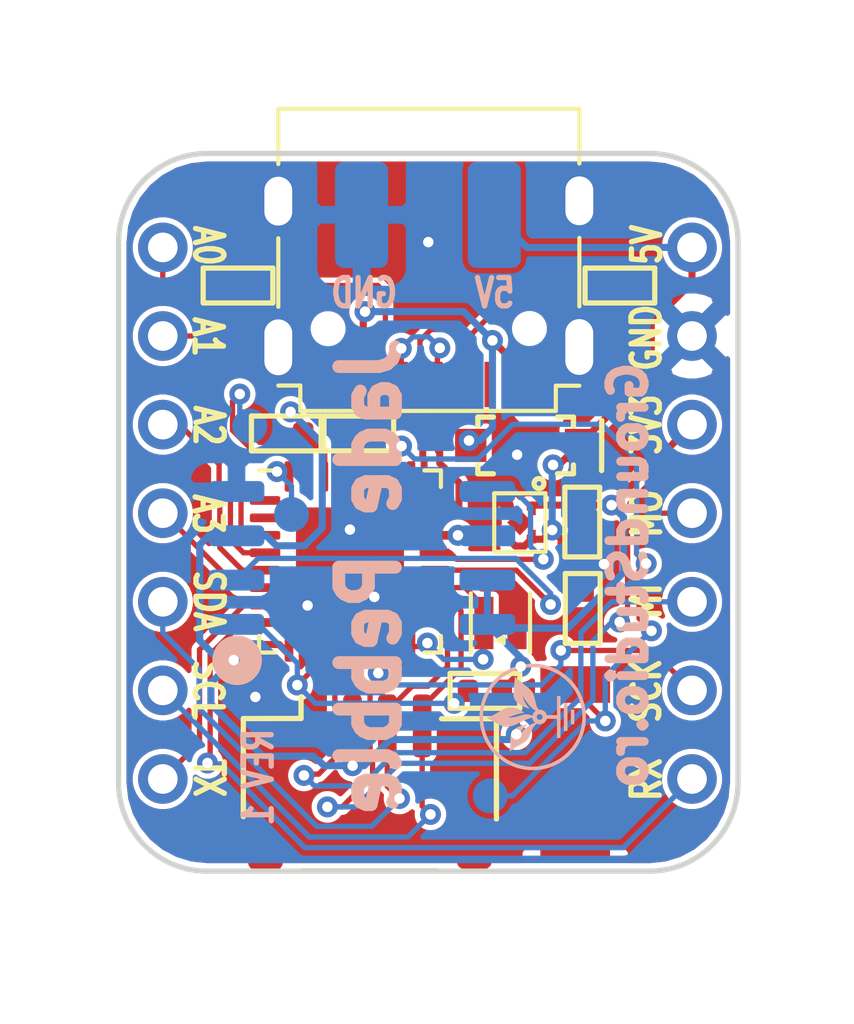
<source format=kicad_pcb>
(kicad_pcb (version 20211014) (generator pcbnew)
  (layers (0 "F.Cu" power) (31 "B.Cu" power) (34 "B.Paste" user) (35 "F.Paste" user) (36 "B.SilkS" user "B.Silkscreen") (37 "F.SilkS" user "F.Silkscreen") (38 "B.Mask" user) (39 "F.Mask" user) (44 "Edge.Cuts" user))
  (net 0 "")
  (net 1 "GND")
  (net 2 "+5V")
  (net 3 "+3V3")
  (net 4 "Net-(C3-Pad1)")
  (net 5 "VBUS")
  (net 6 "MOSI")
  (net 7 "MISO")
  (net 8 "RX_A7")
  (net 9 "SCK")
  (net 10 "TX_A6")
  (net 11 "SCL")
  (net 12 "SDA")
  (net 13 "A3")
  (net 14 "A2")
  (net 15 "A0")
  (net 16 "A1")
  (net 17 "Net-(LED1-Pad3)")
  (net 18 "NEOPIX")
  (net 19 "NEO_PWR")
  (net 20 "Net-(R1-Pad1)")
  (net 21 "Net-(R2-Pad1)")
  (net 22 "FLASH_CS")
  (net 23 "Net-(REG1-Pad5)")
  (net 24 "!RESET")
  (net 25 "SWCLK")
  (net 26 "SWDIO")
  (net 27 "Net-(U1-Pad27)")
  (net 28 "Net-(U1-Pad25)")
  (net 29 "D+")
  (net 30 "D-")
  (net 31 "SCK2")
  (net 32 "MOSI2")
  (net 33 "MISO2")
  (net 34 "Net-(U1-Pad15)")
  (net 35 "Net-(U1-Pad2)")
  (net 36 "Net-(U1-Pad1)")
  (net 37 "Net-(USB1-PadB8)")
  (net 38 "Net-(USB1-PadA8)")
  (footprint "GS_Local:C_0402_1005Metric" (layer "F.Cu") (at 170.8023 83.9089 -90)
    (fp_text reference "C1")
    (fp_text value "1uF")
  )
  (footprint "GS_Local:C_0402_1005Metric" (layer "F.Cu") (at 164.3761 78.8924)
    (fp_text reference "C3")
    (fp_text value "1uF")
  )
  (footprint "GS_Local:Fiducial_0.75mm_Mask1.5mm" (layer "F.Cu") (at 172.466 72.136 180)
    (fp_text reference "FID1")
    (fp_text value "Fiducial")
  )
  (footprint "GS_Local:Fiducial_0.75mm_Mask1.5mm" (layer "F.Cu") (at 159.512 90.297 180)
    (fp_text reference "FID2")
    (fp_text value "Fiducial")
  )
  (footprint "GS_Local:R_0402_1005Metric" (layer "F.Cu") (at 160.909 74.6506 180)
    (fp_text reference "R2")
    (fp_text value "5.1k")
  )
  (footprint "GS_Local:R_0402_1005Metric" (layer "F.Cu") (at 167.9956 86.2711 180)
    (fp_text reference "R3")
    (fp_text value "5.1k")
  )
  (footprint "GS_Local:FBP1-1-4" (layer "F.Cu") (at 168.9989 81.4451 -90)
    (fp_text reference "REG1")
    (fp_text value "ME6211C33U4AG-N")
  )
  (footprint "GS_Local:TS342A2P-WZ" (layer "F.Cu") (at 170.5864 88.3158 90)
    (fp_text reference "SW1")
    (fp_text value "TS342A2P-WZ")
  )
  (footprint "GS_Local:TestPoint" (layer "F.Cu") (at 168.148 89.281)
    (fp_text reference "TP1")
    (fp_text value "TP_!RESET")
  )
  (footprint "GS_Local:TestPoint" (layer "F.Cu") (at 161.24682 78.67904)
    (fp_text reference "TP2")
    (fp_text value "TP_SWCLK")
  )
  (footprint "GS_Local:TestPoint" (layer "F.Cu") (at 162.44316 81.21396)
    (fp_text reference "TP3")
    (fp_text value "TP_SWDIO")
  )
  (footprint "GS_Local:USB_C_C167321" (layer "F.Cu") (at 166.38524 73.28216 180)
    (fp_text reference "USB1")
    (fp_text value "USB_C_FULL")
  )
  (footprint "GS_Local:QFN-32-1EP_5x5mm_P0.5mm_EP3.1x3.1mm" (layer "F.Cu") (at 164.1221 82.5627)
    (fp_text reference "U1")
    (fp_text value "ATSAMD21E18A-MUT")
  )
  (footprint "GS_Local:SK6805-EC15" (layer "F.Cu") (at 168.4401 84.328 -90)
    (fp_text reference "LED1")
    (fp_text value "SK6805-EC15 DY-S1515065")
  )
  (footprint "GS_Local:R_0402_1005Metric" (layer "F.Cu") (at 171.8691 74.6506)
    (fp_text reference "R1")
    (fp_text value "5.1k")
  )
  (footprint "GS_Local:C_0402_1005Metric" (layer "F.Cu") (at 162.2933 78.8924 180)
    (fp_text reference "C4")
    (fp_text value "1uF")
  )
  (footprint "GS_Local:SH__1x04_P1.00mm_Horizontal" (layer "F.Cu") (at 164.6936 89.154)
    (fp_text reference "X1")
    (fp_text value "i2c_3V3")
  )
  (footprint "GS_Local:C_0402_1005Metric" (layer "F.Cu") (at 170.7896 81.4324 -90)
    (fp_text reference "C2")
    (fp_text value "1uF")
  )
  (footprint "GS_Local:SOD-123" (layer "F.Cu") (at 169.164 79.2353 180)
    (fp_text reference "D1")
    (fp_text value "D_Schottky")
  )
  (footprint "GS_Local:PinHeader_1x07_P2.54mm_Slim_Vertical_Male" (layer "B.Cu") (at 173.9392 88.7984)
    (fp_text reference "J1")
    (fp_text value "Conn_01x07")
  )
  (footprint "GS_Local:SOIC-8_5.23x5.23mm_P1.27mm" (layer "B.Cu") (at 164.465 82.4611)
    (fp_text reference "U2")
    (fp_text value "W25Q32JVSSIQ")
  )
  (footprint "GS_Local:PinHeader_1x07_P2.54mm_Slim_Vertical_Male" (layer "B.Cu") (at 158.75 73.5584 180)
    (fp_text reference "J2")
    (fp_text value "Conn_01x07")
  )
  (footprint "GS_Local:5V & GND pad's" (layer "B.Cu") (at 166.35984 72.62368)
    (fp_text reference "REF**")
    (fp_text value "5V & GND pad's")
  )
  (footprint "GS_Branding:GS_Logo2_3x3" (layer "B.Cu") (at 169.3672 87.0204 -90)
    (fp_text reference "G***" hide)
    (fp_text value "LOGO" hide)
  )
  (gr_circle (center 160.8836 85.3948) (end 160.9598 85.3948) (layer "B.SilkS") (width 0.635) (fill none))
  (gr_line (start 157.48 73.406) (end 157.48 88.9) (layer "Edge.Cuts") (width 0.1524))
  (gr_arc (start 175.26 88.9) (mid 174.516051 90.696051) (end 172.72 91.44) (layer "Edge.Cuts") (width 0.1524))
  (gr_line (start 160.02 91.44) (end 172.72 91.44) (layer "Edge.Cuts") (width 0.1524))
  (gr_arc (start 160.02 91.44) (mid 158.223949 90.696051) (end 157.48 88.9) (layer "Edge.Cuts") (width 0.1524))
  (gr_arc (start 157.48 73.406) (mid 158.223949 71.609949) (end 160.02 70.866) (layer "Edge.Cuts") (width 0.1524))
  (gr_line (start 172.72 70.866) (end 160.02 70.866) (layer "Edge.Cuts") (width 0.1524))
  (gr_arc (start 172.72 70.866) (mid 174.516051 71.609949) (end 175.26 73.406) (layer "Edge.Cuts") (width 0.1524))
  (gr_line (start 175.26 88.9) (end 175.26 73.406) (layer "Edge.Cuts") (width 0.1524))
  (gr_text "GroundStudio.ro" (at 172.1104 82.9564 90) (layer "B.SilkS") (effects (font (size 1.016 1.016) (thickness 0.254)) (justify mirror)))
  (gr_text "5V" (at 168.275 74.8665) (layer "B.SilkS") (effects (font (size 0.8128 0.6096) (thickness 0.1524)) (justify mirror)))
  (gr_text "REV 1" (at 161.4932 88.7476 90) (layer "B.SilkS") (effects (font (size 0.8128 0.6096) (thickness 0.1524)) (justify mirror)))
  (gr_text "Jade Pebble" (at 164.6936 83.0072 90) (layer "B.SilkS") (effects (font (size 1.6256 1.4732) (thickness 0.3683)) (justify mirror)))
  (gr_text "GND" (at 164.5285 74.8665) (layer "B.SilkS") (effects (font (size 0.8128 0.6096) (thickness 0.1524)) (justify mirror)))
  (gr_text "A3" (at 160.0454 81.2038 270) (layer "F.SilkS") (effects (font (size 0.8128 0.6096) (thickness 0.1524))))
  (gr_text "MI" (at 172.6311 83.7057 90) (layer "F.SilkS") (effects (font (size 0.8128 0.6096) (thickness 0.1524))))
  (gr_text "A1" (at 160.0454 76.1238 270) (layer "F.SilkS") (effects (font (size 0.8128 0.6096) (thickness 0.1524))))
  (gr_text "TX" (at 160.0708 88.773 270) (layer "F.SilkS") (effects (font (size 0.8128 0.6096) (thickness 0.1524))))
  (gr_text "SCL" (at 160.0454 86.233 270) (layer "F.SilkS") (effects (font (size 0.8128 0.6096) (thickness 0.1524))))
  (gr_text "A2" (at 160.0708 78.6638 270) (layer "F.SilkS") (effects (font (size 0.8128 0.6096) (thickness 0.1524))))
  (gr_text "SDA" (at 160.0708 83.693 270) (layer "F.SilkS") (effects (font (size 0.8128 0.6096) (thickness 0.1524))))
  (gr_text "5V" (at 172.6438 73.4822 90) (layer "F.SilkS") (effects (font (size 0.8128 0.6096) (thickness 0.1524))))
  (gr_text "A0" (at 160.0581 73.5076 270) (layer "F.SilkS") (effects (font (size 0.8128 0.6096) (thickness 0.1524))))
  (gr_text "GND" (at 172.6311 76.1492 90) (layer "F.SilkS") (effects (font (size 0.8128 0.6096) (thickness 0.1524))))
  (gr_text "MO" (at 172.6438 81.1911 90) (layer "F.SilkS") (effects (font (size 0.8128 0.6096) (thickness 0.1524))))
  (gr_text "3V3" (at 172.6311 78.6384 90) (layer "F.SilkS") (effects (font (size 0.8128 0.6096) (thickness 0.1524))))
  (gr_text "RX" (at 172.6311 88.8111 90) (layer "F.SilkS") (effects (font (size 0.8128 0.6096) (thickness 0.1524))))
  (gr_text "SCK" (at 172.6184 86.2711 90) (layer "F.SilkS") (effects (font (size 0.8128 0.6096) (thickness 0.1524))))
  (segment (start 164.8611 78.8924) (end 164.3721 79.3814) (width 0.2032) (layer "F.Cu") (net 1))
  (segment (start 164.3721 80.3538) (end 164.3721 82.5413) (width 0.2032) (layer "F.Cu") (net 1))
  (segment (start 168.56964 79.85252) (end 168.56964 80.86084) (width 0.4064) (layer "F.Cu") (net 1))
  (segment (start 163.03498 77.48778) (end 163.3347 77.48778) (width 0.2032) (layer "F.Cu") (net 1))
  (segment (start 164.3721 82.5413) (end 164.1221 82.7913) (width 0.2032) (layer "F.Cu") (net 1))
  (segment (start 168.92016 79.502) (end 168.56964 79.85252) (width 0.2032) (layer "F.Cu") (net 1))
  (segment (start 168.56964 80.86084) (end 168.6739 80.9651) (width 0.3048) (layer "F.Cu") (net 1))
  (segment (start 162.8721 84.0413) (end 164.1221 82.7913) (width 0.2032) (layer "F.Cu") (net 1))
  (segment (start 169.73042 77.48778) (end 169.4307 77.48778) (width 0.2032) (layer "F.Cu") (net 1))
  (segment (start 162.8721 85.2288) (end 162.8721 84.0413) (width 0.2032) (layer "F.Cu") (net 1))
  (segment (start 164.3721 79.3814) (end 164.3721 80.3538) (width 0.2032) (layer "F.Cu") (net 1))
  (via (at 162.90544 83.82508) (size 0.6) (drill 0.3) (layers "F.Cu" "B.Cu") (net 1))
  (via (at 171.40936 82.63636) (size 0.6) (drill 0.3) (layers "F.Cu" "B.Cu") (net 1))
  (via (at 164.8206 83.5787) (size 0.6) (drill 0.3) (layers "F.Cu" "B.Cu") (net 1))
  (via (at 161.40684 86.44636) (size 0.6) (drill 0.3) (layers "F.Cu" "B.Cu") (net 1))
  (via (at 164.1221 81.6483) (size 0.6) (drill 0.3) (layers "F.Cu" "B.Cu") (net 1))
  (via (at 168.92016 79.502) (size 0.6) (drill 0.3) (layers "F.Cu" "B.Cu") (net 1))
  (via (at 166.37 73.406) (size 0.6) (drill 0.3) (layers "F.Cu" "B.Cu") (net 1))
  (segment (start 169.3239 81.9251) (end 169.6619 81.9251) (width 0.2032) (layer "F.Cu") (net 2))
  (segment (start 170.18 82.195622) (end 170.18 81.915) (width 0.2032) (layer "F.Cu") (net 2))
  (segment (start 168.867 82.1182) (end 169.1308 82.1182) (width 0.2032) (layer "F.Cu") (net 2))
  (segment (start 172.7708 75.7301) (end 173.9392 74.5617) (width 0.2032) (layer "F.Cu") (net 2))
  (segment (start 169.6619 81.9251) (end 169.926 81.661) (width 0.2032) (layer "F.Cu") (net 2))
  (segment (start 168.6739 81.9251) (end 168.867 82.1182) (width 0.2032) (layer "F.Cu") (net 2))
  (segment (start 169.9514 79.7941) (end 170.1167 79.7941) (width 0.2032) (layer "F.Cu") (net 2))
  (segment (start 170.6882 79.2226) (end 172.7708 77.14) (width 0.2032) (layer "F.Cu") (net 2))
  (segment (start 170.45201 82.46641) (end 170.450788 82.46641) (width 0.2032) (layer "F.Cu") (net 2))
  (segment (start 169.1308 82.1182) (end 169.3239 81.9251) (width 0.2032) (layer "F.Cu") (net 2))
  (segment (start 170.18 81.915) (end 169.926 81.661) (width 0.2032) (layer "F.Cu") (net 2))
  (segment (start 172.7708 77.14) (end 172.7708 75.7301) (width 0.2032) (layer "F.Cu") (net 2))
  (segment (start 170.1167 79.7941) (end 170.6882 79.2226) (width 0.2032) (layer "F.Cu") (net 2))
  (segment (start 170.6882 79.2226) (end 170.6118 79.2226) (width 0.2032) (layer "F.Cu") (net 2))
  (segment (start 170.8023 83.4239) (end 170.8023 82.8167) (width 0.2032) (layer "F.Cu") (net 2))
  (segment (start 173.9392 74.5617) (end 173.9392 73.5584) (width 0.2032) (layer "F.Cu") (net 2))
  (segment (start 170.8023 82.8167) (end 170.45201 82.46641) (width 0.2032) (layer "F.Cu") (net 2))
  (segment (start 170.450788 82.46641) (end 170.18 82.195622) (width 0.2032) (layer "F.Cu") (net 2))
  (via (at 169.926 81.661) (size 0.6) (drill 0.3) (layers "F.Cu" "B.Cu") (net 2))
  (via (at 169.9514 79.7941) (size 0.6) (drill 0.3) (layers "F.Cu" "B.Cu") (net 2))
  (segment (start 169.926 81.661) (end 169.926 79.8195) (width 0.2032) (layer "B.Cu") (net 2))
  (segment (start 169.926 79.8195) (end 169.9514 79.7941) (width 0.2032) (layer "B.Cu") (net 2))
  (segment (start 169.19956 73.5584) (end 173.9392 73.5584) (width 0.2032) (layer "B.Cu") (net 2))
  (segment (start 168.26484 72.62368) (end 169.19956 73.5584) (width 0.2032) (layer "B.Cu") (net 2))
  (segment (start 168.4806 86.2711) (end 169.0243 85.7274) (width 0.2032) (layer "F.Cu") (net 3))
  (segment (start 169.0243 85.7274) (end 169.0243 85.57231) (width 0.2032) (layer "F.Cu") (net 3))
  (segment (start 162.7783 78.63318) (end 162.41776 78.27264) (width 0.2032) (layer "F.Cu") (net 3))
  (segment (start 171.6302 80.9474) (end 173.9392 78.6384) (width 0.2032) (layer "F.Cu") (net 3))
  (segment (start 162.7783 78.8924) (end 162.7783 78.63318) (width 0.2032) (layer "F.Cu") (net 3))
  (segment (start 170.7896 80.9474) (end 169.3416 80.9474) (width 0.2032) (layer "F.Cu") (net 3))
  (segment (start 163.3721 79.4862) (end 163.3721 80.3538) (width 0.2032) (layer "F.Cu") (net 3))
  (segment (start 162.3721 85.2288) (end 162.08598 84.94268) (width 0.2032) (layer "F.Cu") (net 3))
  (segment (start 164.1983 88.4174) (end 164.1983 87.2791) (width 0.2032) (layer "F.Cu") (net 3))
  (segment (start 162.7783 78.8924) (end 163.3721 79.4862) (width 0.2032) (layer "F.Cu") (net 3))
  (segment (start 168.8973 86.6878) (end 168.4806 86.2711) (width 0.2032) (layer "F.Cu") (net 3))
  (segment (start 170.7896 80.9474) (end 171.6302 80.9474) (width 0.2032) (layer "F.Cu") (net 3))
  (segment (start 164.1983 87.2791) (end 164.1936 87.2744) (width 0.2032) (layer "F.Cu") (net 3))
  (segment (start 162.08598 84.94268) (end 161.23412 84.94268) (width 0.2032) (layer "F.Cu") (net 3))
  (segment (start 168.8973 87.5157) (end 168.8973 86.6878) (width 0.2032) (layer "F.Cu") (net 3))
  (segment (start 161.23412 84.94268) (end 160.78708 85.38972) (width 0.2032) (layer "F.Cu") (net 3))
  (segment (start 169.3416 80.9474) (end 169.3239 80.9651) (width 0.2032) (layer "F.Cu") (net 3))
  (via (at 164.1983 88.4174) (size 0.6) (drill 0.3) (layers "F.Cu" "B.Cu") (net 3))
  (via (at 169.0243 85.57231) (size 0.6) (drill 0.3) (layers "F.Cu" "B.Cu") (net 3))
  (via (at 160.78708 85.38972) (size 0.6) (drill 0.3) (layers "F.Cu" "B.Cu") (net 3))
  (via (at 171.6302 80.9474) (size 0.6) (drill 0.3) (layers "F.Cu" "B.Cu") (net 3))
  (via (at 162.41776 78.27264) (size 0.6) (drill 0.3) (layers "F.Cu" "B.Cu") (net 3))
  (via (at 168.8973 87.5157) (size 0.6) (drill 0.3) (layers "F.Cu" "B.Cu") (net 3))
  (segment (start 168.17422 84.47532) (end 168.065 84.3661) (width 0.2032) (layer "B.Cu") (net 3))
  (segment (start 168.065 84.3661) (end 169.0243 85.3254) (width 0.2032) (layer "B.Cu") (net 3))
  (segment (start 163.23056 88.27008) (end 163.194502 88.27008) (width 0.2032) (layer "B.Cu") (net 3))
  (segment (start 160.274 85.2932) (end 159.81099 84.83019) (width 0.2032) (layer "B.Cu") (net 3))
  (segment (start 171.97324 82.8802) (end 170.37812 84.47532) (width 0.2032) (layer "B.Cu") (net 3))
  (segment (start 160.274 85.2932) (end 160.69056 85.2932) (width 0.2032) (layer "B.Cu") (net 3))
  (segment (start 171.6302 80.9474) (end 171.97324 81.29044) (width 0.2032) (layer "B.Cu") (net 3))
  (segment (start 170.37812 84.47532) (end 168.17422 84.47532) (width 0.2032) (layer "B.Cu") (net 3))
  (segment (start 160.69056 85.2932) (end 160.78708 85.38972) (width 0.2032) (layer "B.Cu") (net 3))
  (segment (start 169.0243 85.3254) (end 169.0243 85.57231) (width 0.2032) (layer "B.Cu") (net 3))
  (segment (start 163.32708 81.60004) (end 162.814 82.11312) (width 0.2032) (layer "B.Cu") (net 3))
  (segment (start 168.7449 87.6681) (end 168.8973 87.5157) (width 0.2032) (layer "B.Cu") (net 3))
  (segment (start 161.622085 88.142799) (end 160.13176 86.652474) (width 0.2032) (layer "B.Cu") (net 3))
  (segment (start 163.067221 88.142799) (end 161.622085 88.142799) (width 0.2032) (layer "B.Cu") (net 3))
  (segment (start 159.81099 82.08011) (end 160.065 81.8261) (width 0.2032) (layer "B.Cu") (net 3))
  (segment (start 163.32708 79.18196) (end 163.32708 81.60004) (width 0.2032) (layer "B.Cu") (net 3))
  (segment (start 165.2778 87.6681) (end 168.7449 87.6681) (width 0.2032) (layer "B.Cu") (net 3))
  (segment (start 162.814 82.11312) (end 162.01136 82.11312) (width 0.2032) (layer "B.Cu") (net 3))
  (segment (start 164.1983 88.4174) (end 164.5285 88.4174) (width 0.2032) (layer "B.Cu") (net 3))
  (segment (start 164.1983 88.4174) (end 163.37788 88.4174) (width 0.2032) (layer "B.Cu") (net 3))
  (segment (start 168.065 83.0961) (end 168.065 84.3661) (width 0.2032) (layer "B.Cu") (net 3))
  (segment (start 162.41776 78.27264) (end 163.32708 79.18196) (width 0.2032) (layer "B.Cu") (net 3))
  (segment (start 164.5285 88.4174) (end 165.2778 87.6681) (width 0.2032) (layer "B.Cu") (net 3))
  (segment (start 160.13176 86.04504) (end 160.78708 85.38972) (width 0.2032) (layer "B.Cu") (net 3))
  (segment (start 168.065 83.0961) (end 168.20978 83.24088) (width 0.2032) (layer "B.Cu") (net 3))
  (segment (start 161.72434 81.8261) (end 160.865 81.8261) (width 0.2032) (layer "B.Cu") (net 3))
  (segment (start 171.97324 81.29044) (end 171.97324 82.8802) (width 0.2032) (layer "B.Cu") (net 3))
  (segment (start 159.81099 84.83019) (end 159.81099 82.08011) (width 0.2032) (layer "B.Cu") (net 3))
  (segment (start 160.065 81.8261) (end 160.865 81.8261) (width 0.2032) (layer "B.Cu") (net 3))
  (segment (start 163.37788 88.4174) (end 163.23056 88.27008) (width 0.2032) (layer "B.Cu") (net 3))
  (segment (start 163.194502 88.27008) (end 163.067221 88.142799) (width 0.2032) (layer "B.Cu") (net 3))
  (segment (start 162.01136 82.11312) (end 161.72434 81.8261) (width 0.2032) (layer "B.Cu") (net 3))
  (segment (start 160.13176 86.652474) (end 160.13176 86.04504) (width 0.2032) (layer "B.Cu") (net 3))
  (segment (start 163.8911 78.8924) (end 163.8911 80.3348) (width 0.1524) (layer "F.Cu") (net 4))
  (segment (start 163.8911 80.3348) (end 163.8721 80.3538) (width 0.1524) (layer "F.Cu") (net 4))
  (segment (start 168.2115 76.2254) (end 168.93286 76.94676) (width 0.2032) (layer "F.Cu") (net 5))
  (segment (start 164.5031 75.4507) (end 164.5539 75.3999) (width 0.2032) (layer "F.Cu") (net 5))
  (segment (start 168.93286 77.48778) (end 168.63314 77.48778) (width 0.2032) (layer "F.Cu") (net 5))
  (segment (start 168.93286 76.94676) (end 168.93286 77.48778) (width 0.2032) (layer "F.Cu") (net 5))
  (segment (start 164.12972 77.48778) (end 163.83 77.48778) (width 0.2032) (layer "F.Cu") (net 5))
  (segment (start 163.83 77.48778) (end 163.83 76.835) (width 0.2032) (layer "F.Cu") (net 5))
  (segment (start 164.5031 76.1619) (end 164.5031 75.4507) (width 0.2032) (layer "F.Cu") (net 5))
  (segment (start 163.83 76.835) (end 164.5031 76.1619) (width 0.2032) (layer "F.Cu") (net 5))
  (via (at 167.5384 79.0956) (size 0.6) (drill 0.3) (layers "F.Cu" "B.Cu") (net 5))
  (via (at 164.5539 75.3999) (size 0.6) (drill 0.3) (layers "F.Cu" "B.Cu") (net 5))
  (via (at 168.2115 76.2254) (size 0.6) (drill 0.3) (layers "F.Cu" "B.Cu") (net 5))
  (segment (start 167.5384 79.0956) (end 167.8432 79.0956) (width 0.2032) (layer "B.Cu") (net 5))
  (segment (start 164.5539 75.3999) (end 167.386 75.3999) (width 0.2032) (layer "B.Cu") (net 5))
  (segment (start 167.8432 79.0956) (end 168.2115 78.7273) (width 0.2032) (layer "B.Cu") (net 5))
  (segment (start 168.2115 78.7273) (end 168.2115 76.2254) (width 0.2032) (layer "B.Cu") (net 5))
  (segment (start 167.386 75.3999) (end 168.2115 76.2254) (width 0.2032) (layer "B.Cu") (net 5))
  (segment (start 172.09008 84.06892) (end 171.86148 84.29752) (width 0.1524) (layer "F.Cu") (net 6))
  (segment (start 164.69829 86.35782) (end 164.69829 88.19098) (width 0.1524) (layer "F.Cu") (net 6))
  (segment (start 164.7698 88.26249) (end 164.7698 88.727364) (width 0.1524) (layer "F.Cu") (net 6))
  (segment (start 164.7698 88.727364) (end 163.898664 89.5985) (width 0.1524) (layer "F.Cu") (net 6))
  (segment (start 164.69829 88.19098) (end 164.7698 88.26249) (width 0.1524) (layer "F.Cu") (net 6))
  (segment (start 163.898664 89.5985) (end 163.4744 89.5985) (width 0.1524) (layer "F.Cu") (net 6))
  (segment (start 172.09008 81.49844) (end 172.09008 84.06892) (width 0.1524) (layer "F.Cu") (net 6))
  (segment (start 172.41012 81.1784) (end 172.09008 81.49844) (width 0.1524) (layer "F.Cu") (net 6))
  (segment (start 173.9392 81.1784) (end 172.41012 81.1784) (width 0.1524) (layer "F.Cu") (net 6))
  (segment (start 164.3721 86.03163) (end 164.69829 86.35782) (width 0.1524) (layer "F.Cu") (net 6))
  (segment (start 164.3721 86.03163) (end 164.3721 85.0002) (width 0.1524) (layer "F.Cu") (net 6))
  (via (at 163.4744 89.5985) (size 0.6) (drill 0.3) (layers "F.Cu" "B.Cu") (net 6))
  (via (at 171.86148 84.29752) (size 0.6) (drill 0.3) (layers "F.Cu" "B.Cu") (net 6))
  (segment (start 171.0944 86.531996) (end 171.0944 84.84616) (width 0.1524) (layer "B.Cu") (net 6))
  (segment (start 164.286466 89.5985) (end 165.535855 88.349111) (width 0.1524) (layer "B.Cu") (net 6))
  (segment (start 171.64304 84.29752) (end 171.86148 84.29752) (width 0.1524) (layer "B.Cu") (net 6))
  (segment (start 163.4744 89.5985) (end 164.286466 89.5985) (width 0.1524) (layer "B.Cu") (net 6))
  (segment (start 169.277286 88.34911) (end 171.0944 86.531996) (width 0.1524) (layer "B.Cu") (net 6))
  (segment (start 171.0944 84.84616) (end 171.64304 84.29752) (width 0.1524) (layer "B.Cu") (net 6))
  (segment (start 165.535855 88.349111) (end 169.277286 88.34911) (width 0.1524) (layer "B.Cu") (net 6))
  (segment (start 163.68891 88.19098) (end 163.22119 88.6587) (width 0.1524) (layer "F.Cu") (net 7))
  (segment (start 163.8721 85.0002) (end 163.8721 85.6321) (width 0.1524) (layer "F.Cu") (net 7))
  (segment (start 163.68891 85.81529) (end 163.68891 88.19098) (width 0.1524) (layer "F.Cu") (net 7))
  (segment (start 162.8394 88.6587) (end 162.8013 88.6968) (width 0.1524) (layer "F.Cu") (net 7))
  (segment (start 163.8721 85.6321) (end 163.68891 85.81529) (width 0.1524) (layer "F.Cu") (net 7))
  (segment (start 163.22119 88.6587) (end 162.8394 88.6587) (width 0.1524) (layer "F.Cu") (net 7))
  (via (at 162.8013 88.6968) (size 0.6) (drill 0.3) (layers "F.Cu" "B.Cu") (net 7))
  (segment (start 171.63288 83.7184) (end 173.9392 83.7184) (width 0.1524) (layer "B.Cu") (net 7))
  (segment (start 170.74896 84.60232) (end 171.63288 83.7184) (width 0.1524) (layer "B.Cu") (net 7))
  (segment (start 165.409599 88.044301) (end 169.151029 88.044301) (width 0.1524) (layer "B.Cu") (net 7))
  (segment (start 162.8013 88.6968) (end 163.101299 88.996799) (width 0.1524) (layer "B.Cu") (net 7))
  (segment (start 164.457101 88.996799) (end 165.409599 88.044301) (width 0.1524) (layer "B.Cu") (net 7))
  (segment (start 169.151029 88.044301) (end 170.74896 86.44637) (width 0.1524) (layer "B.Cu") (net 7))
  (segment (start 170.74896 86.44637) (end 170.74896 84.60232) (width 0.1524) (layer "B.Cu") (net 7))
  (segment (start 163.101299 88.996799) (end 164.457101 88.996799) (width 0.1524) (layer "B.Cu") (net 7))
  (segment (start 161.6846 84.3127) (end 161.0259 84.3127) (width 0.1524) (layer "F.Cu") (net 8))
  (segment (start 160.10891 88.26499) (end 160.0327 88.3412) (width 0.1524) (layer "F.Cu") (net 8))
  (segment (start 160.10891 85.22969) (end 160.10891 88.26499) (width 0.1524) (layer "F.Cu") (net 8))
  (segment (start 161.0259 84.3127) (end 160.10891 85.22969) (width 0.1524) (layer "F.Cu") (net 8))
  (via (at 160.0327 88.3412) (size 0.6) (drill 0.3) (layers "F.Cu" "B.Cu") (net 8))
  (segment (start 162.827434 90.7669) (end 171.9707 90.7669) (width 0.1524) (layer "B.Cu") (net 8))
  (segment (start 160.0581 88.3666) (end 160.427134 88.3666) (width 0.1524) (layer "B.Cu") (net 8))
  (segment (start 160.0327 88.3412) (end 160.0581 88.3666) (width 0.1524) (layer "B.Cu") (net 8))
  (segment (start 160.427134 88.3666) (end 162.827434 90.7669) (width 0.1524) (layer "B.Cu") (net 8))
  (segment (start 171.9707 90.7669) (end 173.9392 88.7984) (width 0.1524) (layer "B.Cu") (net 8))
  (segment (start 164.8721 85.0002) (end 164.8721 85.7003) (width 0.1524) (layer "F.Cu") (net 9))
  (segment (start 173.9392 86.2584) (end 172.794188 85.113388) (width 0.1524) (layer "F.Cu") (net 9))
  (segment (start 172.794188 85.113388) (end 170.17492 85.113388) (width 0.1524) (layer "F.Cu") (net 9))
  (segment (start 164.8721 85.7003) (end 164.9349 85.7631) (width 0.1524) (layer "F.Cu") (net 9))
  (via (at 170.17492 85.113388) (size 0.6) (drill 0.3) (layers "F.Cu" "B.Cu") (net 9))
  (via (at 164.9349 85.7631) (size 0.6) (drill 0.3) (layers "F.Cu" "B.Cu") (net 9))
  (segment (start 164.9349 85.7631) (end 165.27272 86.10092) (width 0.1524) (layer "B.Cu") (net 9))
  (segment (start 165.27272 86.10092) (end 169.611652 86.10092) (width 0.1524) (layer "B.Cu") (net 9))
  (segment (start 170.17492 85.537652) (end 170.17492 85.113388) (width 0.1524) (layer "B.Cu") (net 9))
  (segment (start 169.611652 86.10092) (end 170.17492 85.537652) (width 0.1524) (layer "B.Cu") (net 9))
  (segment (start 159.8041 87.7443) (end 158.75 88.7984) (width 0.1524) (layer "F.Cu") (net 10))
  (segment (start 161.6846 83.8127) (end 161.0814 83.8127) (width 0.1524) (layer "F.Cu") (net 10))
  (segment (start 159.8041 85.09) (end 159.8041 87.7443) (width 0.1524) (layer "F.Cu") (net 10))
  (segment (start 161.0814 83.8127) (end 159.8041 85.09) (width 0.1524) (layer "F.Cu") (net 10))
  (segment (start 166.1936 89.5745) (end 166.4335 89.8144) (width 0.1524) (layer "F.Cu") (net 11))
  (segment (start 167.1374 83.8127) (end 167.3098 83.9851) (width 0.1524) (layer "F.Cu") (net 11))
  (segment (start 166.1936 87.2744) (end 166.1936 89.5745) (width 0.1524) (layer "F.Cu") (net 11))
  (segment (start 167.3098 83.9851) (end 167.3098 85.62) (width 0.1524) (layer "F.Cu") (net 11))
  (segment (start 166.5596 83.8127) (end 167.1374 83.8127) (width 0.1524) (layer "F.Cu") (net 11))
  (segment (start 167.3098 85.62) (end 166.1936 86.7362) (width 0.1524) (layer "F.Cu") (net 11))
  (segment (start 166.1936 86.7362) (end 166.1936 87.2744) (width 0.1524) (layer "F.Cu") (net 11))
  (via (at 166.4335 89.8144) (size 0.6) (drill 0.3) (layers "F.Cu" "B.Cu") (net 11))
  (segment (start 165.7858 90.4621) (end 166.4335 89.8144) (width 0.1524) (layer "B.Cu") (net 11))
  (segment (start 158.75 86.2584) (end 162.9537 90.4621) (width 0.1524) (layer "B.Cu") (net 11))
  (segment (start 162.9537 90.4621) (end 165.7858 90.4621) (width 0.1524) (layer "B.Cu") (net 11))
  (segment (start 165.1936 87.2744) (end 165.1936 89.0063) (width 0.1524) (layer "F.Cu") (net 12))
  (segment (start 166.9209 85.577834) (end 166.9209 84.674) (width 0.1524) (layer "F.Cu") (net 12))
  (segment (start 165.90772 86.13648) (end 166.362254 86.13648) (width 0.1524) (layer "F.Cu") (net 12))
  (segment (start 166.362254 86.13648) (end 166.9209 85.577834) (width 0.1524) (layer "F.Cu") (net 12))
  (segment (start 166.9209 84.674) (end 166.5596 84.3127) (width 0.1524) (layer "F.Cu") (net 12))
  (segment (start 165.1936 87.2744) (end 165.1936 86.8506) (width 0.1524) (layer "F.Cu") (net 12))
  (segment (start 165.1936 86.8506) (end 165.90772 86.13648) (width 0.1524) (layer "F.Cu") (net 12))
  (segment (start 165.1936 89.0063) (end 165.5445 89.3572) (width 0.1524) (layer "F.Cu") (net 12))
  (via (at 165.5445 89.3572) (size 0.6) (drill 0.3) (layers "F.Cu" "B.Cu") (net 12))
  (segment (start 159.7914 85.6488) (end 159.7914 86.7791) (width 0.1524) (layer "B.Cu") (net 12))
  (segment (start 164.7444 90.1573) (end 165.5445 89.3572) (width 0.1524) (layer "B.Cu") (net 12))
  (segment (start 163.1696 90.1573) (end 164.7444 90.1573) (width 0.1524) (layer "B.Cu") (net 12))
  (segment (start 159.7914 86.7791) (end 163.1696 90.1573) (width 0.1524) (layer "B.Cu") (net 12))
  (segment (start 158.75 84.6074) (end 159.7914 85.6488) (width 0.1524) (layer "B.Cu") (net 12))
  (segment (start 158.75 83.7184) (end 158.75 84.6074) (width 0.1524) (layer "B.Cu") (net 12))
  (segment (start 160.9097 83.3127) (end 161.6846 83.3127) (width 0.1524) (layer "F.Cu") (net 13))
  (segment (start 158.7754 81.1784) (end 160.9097 83.3127) (width 0.1524) (layer "F.Cu") (net 13))
  (segment (start 158.75 81.1784) (end 158.7754 81.1784) (width 0.1524) (layer "F.Cu") (net 13))
  (segment (start 160.37052 80.9752) (end 160.38574 80.99042) (width 0.1524) (layer "F.Cu") (net 14))
  (segment (start 160.36544 80.9752) (end 160.36544 79.77124) (width 0.1524) (layer "F.Cu") (net 14))
  (segment (start 160.36544 80.9752) (end 160.37052 80.9752) (width 0.1524) (layer "F.Cu") (net 14))
  (segment (start 161.6846 82.8127) (end 161.032 82.8127) (width 0.1524) (layer "F.Cu") (net 14))
  (segment (start 160.36544 79.77124) (end 159.2326 78.6384) (width 0.1524) (layer "F.Cu") (net 14))
  (segment (start 159.2326 78.6384) (end 158.75 78.6384) (width 0.1524) (layer "F.Cu") (net 14))
  (segment (start 160.38574 82.16644) (end 161.032 82.8127) (width 0.1524) (layer "F.Cu") (net 14))
  (segment (start 160.38574 80.99042) (end 160.38574 82.16644) (width 0.1524) (layer "F.Cu") (net 14))
  (segment (start 160.401 76.215188) (end 160.401 78.91272) (width 0.1524) (layer "F.Cu") (net 15))
  (segment (start 160.99536 79.50708) (end 160.99536 81.56096) (width 0.1524) (layer "F.Cu") (net 15))
  (segment (start 158.75 74.564188) (end 160.401 76.215188) (width 0.1524) (layer "F.Cu") (net 15))
  (segment (start 158.75 73.5584) (end 158.75 74.564188) (width 0.1524) (layer "F.Cu") (net 15))
  (segment (start 160.99536 81.56096) (end 161.2471 81.8127) (width 0.1524) (layer "F.Cu") (net 15))
  (segment (start 161.2471 81.8127) (end 161.6846 81.8127) (width 0.1524) (layer "F.Cu") (net 15))
  (segment (start 160.401 78.91272) (end 160.99536 79.50708) (width 0.1524) (layer "F.Cu") (net 15))
  (segment (start 159.75584 76.0984) (end 158.75 76.0984) (width 0.1524) (layer "F.Cu") (net 16))
  (segment (start 160.69055 79.64423) (end 160.69055 81.93785) (width 0.1524) (layer "F.Cu") (net 16))
  (segment (start 160.54324 79.49184) (end 160.08351 79.03211) (width 0.1524) (layer "F.Cu") (net 16))
  (segment (start 160.69055 81.93785) (end 161.0654 82.3127) (width 0.1524) (layer "F.Cu") (net 16))
  (segment (start 160.08351 79.03211) (end 160.08351 76.42607) (width 0.1524) (layer "F.Cu") (net 16))
  (segment (start 160.08351 76.42607) (end 159.75584 76.0984) (width 0.1524) (layer "F.Cu") (net 16))
  (segment (start 161.6846 82.3127) (end 161.0654 82.3127) (width 0.1524) (layer "F.Cu") (net 16))
  (segment (start 160.54324 79.49184) (end 160.54324 79.49692) (width 0.1524) (layer "F.Cu") (net 16))
  (segment (start 160.54324 79.49692) (end 160.69055 79.64423) (width 0.1524) (layer "F.Cu") (net 16))
  (segment (start 167.9651 83.853) (end 167.6534 83.5413) (width 0.1524) (layer "F.Cu") (net 18))
  (segment (start 167.4248 83.3127) (end 167.6534 83.5413) (width 0.1524) (layer "F.Cu") (net 18))
  (segment (start 166.5596 83.3127) (end 167.4248 83.3127) (width 0.1524) (layer "F.Cu") (net 18))
  (segment (start 166.24644 85.0002) (end 166.3446 84.90204) (width 0.1524) (layer "F.Cu") (net 19))
  (segment (start 167.9448 84.8233) (end 167.9651 84.803) (width 0.1524) (layer "F.Cu") (net 19))
  (segment (start 165.8721 85.0002) (end 166.24644 85.0002) (width 0.1524) (layer "F.Cu") (net 19))
  (segment (start 167.9448 85.3694) (end 167.9448 84.8233) (width 0.1524) (layer "F.Cu") (net 19))
  (via (at 167.9448 85.3694) (size 0.6) (drill 0.3) (layers "F.Cu" "B.Cu") (net 19))
  (via (at 166.3446 84.90204) (size 0.6) (drill 0.3) (layers "F.Cu" "B.Cu") (net 19))
  (segment (start 167.9448 85.3694) (end 166.81196 85.3694) (width 0.1524) (layer "B.Cu") (net 19))
  (segment (start 166.81196 85.3694) (end 166.3446 84.90204) (width 0.1524) (layer "B.Cu") (net 19))
  (segment (start 167.63492 77.48778) (end 167.63492 76.01965) (width 0.1524) (layer "F.Cu") (net 20))
  (segment (start 167.63492 76.01965) (end 169.00397 74.6506) (width 0.1524) (layer "F.Cu") (net 20))
  (segment (start 169.00397 74.6506) (end 171.3841 74.6506) (width 0.1524) (layer "F.Cu") (net 20))
  (segment (start 165.1381 74.8665) (end 164.9222 74.6506) (width 0.1524) (layer "F.Cu") (net 21))
  (segment (start 165.1381 76.177382) (end 165.1381 74.8665) (width 0.1524) (layer "F.Cu") (net 21))
  (segment (start 164.9222 74.6506) (end 161.394 74.6506) (width 0.1524) (layer "F.Cu") (net 21))
  (segment (start 164.6301 76.685382) (end 165.1381 76.177382) (width 0.1524) (layer "F.Cu") (net 21))
  (segment (start 164.6301 77.48778) (end 164.6301 76.685382) (width 0.1524) (layer "F.Cu") (net 21))
  (segment (start 167.5106 86.2711) (end 167.471337 86.2711) (width 0.1524) (layer "F.Cu") (net 22))
  (segment (start 163.055184 85.66631) (end 163.05049 85.66631) (width 0.1524) (layer "F.Cu") (net 22))
  (segment (start 163.22571 85.495784) (end 163.055184 85.66631) (width 0.1524) (layer "F.Cu") (net 22))
  (segment (start 163.22571 85.49109) (end 163.22571 85.495784) (width 0.1524) (layer "F.Cu") (net 22))
  (segment (start 167.471337 86.2711) (end 167.112917 86.62952) (width 0.1524) (layer "F.Cu") (net 22))
  (segment (start 163.3721 85.0002) (end 163.3721 85.3447) (width 0.1524) (layer "F.Cu") (net 22))
  (segment (start 163.05049 85.66631) (end 162.6108 86.106) (width 0.1524) (layer "F.Cu") (net 22))
  (segment (start 163.3721 85.3447) (end 163.22571 85.49109) (width 0.1524) (layer "F.Cu") (net 22))
  (via (at 167.112917 86.62952) (size 0.6) (drill 0.3) (layers "F.Cu" "B.Cu") (net 22))
  (via (at 162.6108 86.106) (size 0.6) (drill 0.3) (layers "F.Cu" "B.Cu") (net 22))
  (segment (start 163.13432 86.62952) (end 162.6108 86.106) (width 0.1524) (layer "B.Cu") (net 22))
  (segment (start 162.6108 85.47607) (end 161.50083 84.3661) (width 0.1524) (layer "B.Cu") (net 22))
  (segment (start 162.6108 86.106) (end 162.6108 85.47607) (width 0.1524) (layer "B.Cu") (net 22))
  (segment (start 167.112917 86.62952) (end 163.13432 86.62952) (width 0.1524) (layer "B.Cu") (net 22))
  (segment (start 161.50083 84.3661) (end 160.865 84.3661) (width 0.1524) (layer "B.Cu") (net 22))
  (segment (start 170.5864 86.2711) (end 171.45 87.1347) (width 0.1524) (layer "F.Cu") (net 24))
  (segment (start 170.5864 86.0908) (end 170.5864 86.2711) (width 0.1524) (layer "F.Cu") (net 24))
  (segment (start 165.3721 79.528157) (end 165.634023 79.266234) (width 0.1524) (layer "F.Cu") (net 24))
  (segment (start 172.42028 82.82432) (end 172.62348 82.62112) (width 0.1524) (layer "F.Cu") (net 24))
  (segment (start 172.77588 84.55152) (end 172.42028 84.19592) (width 0.1524) (layer "F.Cu") (net 24))
  (segment (start 172.42028 84.19592) (end 172.42028 82.82432) (width 0.1524) (layer "F.Cu") (net 24))
  (segment (start 165.3721 80.1252) (end 165.3721 79.528157) (width 0.1524) (layer "F.Cu") (net 24))
  (via (at 165.60292 79.25308) (size 0.6) (drill 0.3) (layers "F.Cu" "B.Cu") (net 24))
  (via (at 172.62348 82.62112) (size 0.6) (drill 0.3) (layers "F.Cu" "B.Cu") (net 24))
  (via (at 172.77588 84.55152) (size 0.6) (drill 0.3) (layers "F.Cu" "B.Cu") (net 24))
  (via (at 171.45 87.1347) (size 0.6) (drill 0.3) (layers "F.Cu" "B.Cu") (net 24))
  (segment (start 168.148 89.281) (end 168.783 89.281) (width 0.1524) (layer "B.Cu") (net 24))
  (segment (start 172.62348 82.62112) (end 172.34916 82.3468) (width 0.1524) (layer "B.Cu") (net 24))
  (segment (start 165.974041 79.624201) (end 165.60292 79.25308) (width 0.1524) (layer "B.Cu") (net 24))
  (segment (start 171.45 87.1347) (end 171.45 85.85708) (width 0.1524) (layer "B.Cu") (net 24))
  (segment (start 170.9293 87.1347) (end 171.45 87.1347) (width 0.1524) (layer "B.Cu") (net 24))
  (segment (start 168.78809 78.62824) (end 167.792129 79.624201) (width 0.1524) (layer "B.Cu") (net 24))
  (segment (start 172.34916 79.629) (end 171.3484 78.62824) (width 0.1524) (layer "B.Cu") (net 24))
  (segment (start 172.75556 84.55152) (end 172.77588 84.55152) (width 0.1524) (layer "B.Cu") (net 24))
  (segment (start 171.45 85.85708) (end 172.75556 84.55152) (width 0.1524) (layer "B.Cu") (net 24))
  (segment (start 167.792129 79.624201) (end 165.974041 79.624201) (width 0.1524) (layer "B.Cu") (net 24))
  (segment (start 172.34916 82.3468) (end 172.34916 79.629) (width 0.1524) (layer "B.Cu") (net 24))
  (segment (start 171.3484 78.62824) (end 168.78809 78.62824) (width 0.1524) (layer "B.Cu") (net 24))
  (segment (start 168.783 89.281) (end 170.9293 87.1347) (width 0.1524) (layer "B.Cu") (net 24))
  (segment (start 162.8721 79.5982) (end 162.7251 79.4512) (width 0.1524) (layer "F.Cu") (net 25))
  (segment (start 162.7251 79.4512) (end 161.4009 79.4512) (width 0.1524) (layer "F.Cu") (net 25))
  (segment (start 160.75152 78.80182) (end 160.75152 77.97038) (width 0.1524) (layer "F.Cu") (net 25))
  (segment (start 162.8721 80.3538) (end 162.8721 79.5982) (width 0.1524) (layer "F.Cu") (net 25))
  (segment (start 161.4009 79.4512) (end 160.75152 78.80182) (width 0.1524) (layer "F.Cu") (net 25))
  (segment (start 160.75152 77.97038) (end 160.9598 77.7621) (width 0.1524) (layer "F.Cu") (net 25))
  (via (at 160.9598 77.7621) (size 0.6) (drill 0.3) (layers "F.Cu" "B.Cu") (net 25))
  (segment (start 160.9598 78.39202) (end 161.24682 78.67904) (width 0.1524) (layer "B.Cu") (net 25))
  (segment (start 160.9598 77.7621) (end 160.9598 78.39202) (width 0.1524) (layer "B.Cu") (net 25))
  (segment (start 162.3721 80.1252) (end 162.1672 80.1252) (width 0.1524) (layer "F.Cu") (net 26))
  (segment (start 162.1672 80.1252) (end 162.0266 79.9846) (width 0.1524) (layer "F.Cu") (net 26))
  (via (at 162.0266 79.9846) (size 0.6) (drill 0.3) (layers "F.Cu" "B.Cu") (net 26))
  (segment (start 162.44316 80.40116) (end 162.44316 81.21396) (width 0.1524) (layer "B.Cu") (net 26))
  (segment (start 162.0266 79.9846) (end 162.44316 80.40116) (width 0.1524) (layer "B.Cu") (net 26))
  (segment (start 166.70746 80.8377) (end 166.70746 80.39134) (width 0.2) (layer "F.Cu") (net 29))
  (segment (start 166.24951 79.61976) (end 166.21104 79.58129) (width 0.2) (layer "F.Cu") (net 29))
  (segment (start 166.63162 76.50988) (end 166.7002 76.4413) (width 0.1524) (layer "F.Cu") (net 29))
  (segment (start 166.21104 79.58129) (end 166.21104 78.9094) (width 0.2) (layer "F.Cu") (net 29))
  (segment (start 165.5953 76.454) (end 165.5953 77.45476) (width 0.1524) (layer "F.Cu") (net 29))
  (segment (start 165.65478 78.014239) (end 165.62832 77.987779) (width 0.2) (layer "F.Cu") (net 29))
  (segment (start 166.5846 80.8377) (end 166.70746 80.8377) (width 0.2) (layer "F.Cu") (net 29))
  (segment (start 166.24951 79.93339) (end 166.24951 79.61976) (width 0.2) (layer "F.Cu") (net 29))
  (segment (start 166.21104 78.9094) (end 165.65478 78.35314) (width 0.2) (layer "F.Cu") (net 29))
  (segment (start 165.62832 77.987779) (end 165.62832 77.48778) (width 0.2) (layer "F.Cu") (net 29))
  (segment (start 166.5596 80.8127) (end 166.5846 80.8377) (width 0.2) (layer "F.Cu") (net 29))
  (segment (start 166.63162 77.48778) (end 166.63162 76.50988) (width 0.1524) (layer "F.Cu") (net 29))
  (segment (start 166.70746 80.39134) (end 166.24951 79.93339) (width 0.2) (layer "F.Cu") (net 29))
  (segment (start 165.65478 78.35314) (end 165.65478 78.014239) (width 0.2) (layer "F.Cu") (net 29))
  (segment (start 165.5953 77.45476) (end 165.62832 77.48778) (width 0.1524) (layer "F.Cu") (net 29))
  (via (at 165.5953 76.454) (size 0.6) (drill 0.3) (layers "F.Cu" "B.Cu") (net 29))
  (via (at 166.7002 76.4413) (size 0.6) (drill 0.3) (layers "F.Cu" "B.Cu") (net 29))
  (segment (start 166.7002 76.4413) (end 166.3827 76.1238) (width 0.1524) (layer "B.Cu") (net 29))
  (segment (start 166.3827 76.1238) (end 165.9255 76.1238) (width 0.1524) (layer "B.Cu") (net 29))
  (segment (start 165.9255 76.1238) (end 165.5953 76.454) (width 0.1524) (layer "B.Cu") (net 29))
  (segment (start 166.699501 79.746981) (end 166.699501 79.433368) (width 0.2) (layer "F.Cu") (net 30))
  (segment (start 167.132 76.7842) (end 167.228801 76.687399) (width 0.1524) (layer "F.Cu") (net 30))
  (segment (start 167.132 77.48778) (end 167.132 76.7842) (width 0.1524) (layer "F.Cu") (net 30))
  (segment (start 166.13124 77.48778) (end 166.13124 76.22793) (width 0.1524) (layer "F.Cu") (net 30))
  (segment (start 166.66104 79.394907) (end 166.66104 78.723) (width 0.2) (layer "F.Cu") (net 30))
  (segment (start 166.10478 78.014239) (end 166.13124 77.987779) (width 0.2) (layer "F.Cu") (net 30))
  (segment (start 167.24951 80.29699) (end 166.699501 79.746981) (width 0.2) (layer "F.Cu") (net 30))
  (segment (start 166.5596 81.3127) (end 166.5846 81.2877) (width 0.2) (layer "F.Cu") (net 30))
  (segment (start 166.10478 78.16674) (end 166.10478 78.014239) (width 0.2) (layer "F.Cu") (net 30))
  (segment (start 167.228801 76.687399) (end 167.228801 76.187571) (width 0.1524) (layer "F.Cu") (net 30))
  (segment (start 166.699501 79.433368) (end 166.66104 79.394907) (width 0.2) (layer "F.Cu") (net 30))
  (segment (start 166.13124 77.987779) (end 166.13124 77.48778) (width 0.2) (layer "F.Cu") (net 30))
  (segment (start 166.66104 78.723) (end 166.10478 78.16674) (width 0.2) (layer "F.Cu") (net 30))
  (segment (start 166.5846 81.2877) (end 166.96745 81.2877) (width 0.2) (layer "F.Cu") (net 30))
  (segment (start 166.96745 81.2877) (end 167.24951 81.00564) (width 0.2) (layer "F.Cu") (net 30))
  (segment (start 166.13124 76.22793) (end 166.446471 75.912699) (width 0.1524) (layer "F.Cu") (net 30))
  (segment (start 166.446471 75.912699) (end 166.953929 75.912699) (width 0.1524) (layer "F.Cu") (net 30))
  (segment (start 167.24951 81.00564) (end 167.24951 80.29699) (width 0.2) (layer "F.Cu") (net 30))
  (segment (start 166.953929 75.912699) (end 167.228801 76.187571) (width 0.1524) (layer "F.Cu") (net 30))
  (segment (start 166.5603 81.8134) (end 166.5596 81.8127) (width 0.1524) (layer "F.Cu") (net 31))
  (segment (start 167.2209 81.8134) (end 166.5603 81.8134) (width 0.1524) (layer "F.Cu") (net 31))
  (via (at 167.2209 81.8134) (size 0.6) (drill 0.3) (layers "F.Cu" "B.Cu") (net 31))
  (segment (start 168.065 81.8261) (end 167.2336 81.8261) (width 0.1524) (layer "B.Cu") (net 31))
  (segment (start 167.2336 81.8261) (end 167.2209 81.8134) (width 0.1524) (layer "B.Cu") (net 31))
  (segment (start 166.5596 82.3127) (end 166.9971 82.3127) (width 0.1524) (layer "F.Cu") (net 32))
  (segment (start 166.9971 82.3127) (end 167.1836 82.4992) (width 0.1524) (layer "F.Cu") (net 32))
  (segment (start 169.5049 82.6663) (end 169.672 82.4992) (width 0.1524) (layer "F.Cu") (net 32))
  (segment (start 167.1836 82.4992) (end 169.672 82.4992) (width 0.1524) (layer "F.Cu") (net 32))
  (via (at 169.672 82.4992) (size 0.6) (drill 0.3) (layers "F.Cu" "B.Cu") (net 32))
  (segment (start 169.3037 82.1309) (end 169.3037 80.9948) (width 0.1524) (layer "B.Cu") (net 32))
  (segment (start 168.865 80.5561) (end 168.065 80.5561) (width 0.1524) (layer "B.Cu") (net 32))
  (segment (start 169.672 82.4992) (end 169.3037 82.1309) (width 0.1524) (layer "B.Cu") (net 32))
  (segment (start 169.3037 80.9948) (end 168.865 80.5561) (width 0.1524) (layer "B.Cu") (net 32))
  (segment (start 168.89809 82.8127) (end 169.88028 83.79489) (width 0.1524) (layer "F.Cu") (net 33))
  (segment (start 166.5596 82.8127) (end 168.89809 82.8127) (width 0.1524) (layer "F.Cu") (net 33))
  (via (at 169.88028 83.79489) (size 0.6) (drill 0.3) (layers "F.Cu" "B.Cu") (net 33))
  (segment (start 169.90597 83.7692) (end 169.88028 83.79489) (width 0.1524) (layer "B.Cu") (net 33))
  (segment (start 160.865 83.0961) (end 161.4873 82.4738) (width 0.1524) (layer "B.Cu") (net 33))
  (segment (start 169.88028 83.47456) (end 169.88028 83.79489) (width 0.1524) (layer "B.Cu") (net 33))
  (segment (start 168.87952 82.4738) (end 169.88028 83.47456) (width 0.1524) (layer "B.Cu") (net 33))
  (segment (start 161.4873 82.4738) (end 168.87952 82.4738) (width 0.1524) (layer "B.Cu") (net 33))
  (zone (net 1) (net_name "GND") (layer "F.Cu") (connect_pads (clearance 0.1524)) (min_thickness 0.1524) (fill yes (thermal_gap 0.508) (thermal_bridge_width 0.508))
    (polygon (pts (xy 175.133 91.4654) (xy 157.48 91.4654) (xy 157.48 70.8914) (xy 175.133 70.8914)))
  )
  (zone (net 1) (net_name "GND") (layer "B.Cu") (connect_pads (clearance 0.1524)) (min_thickness 0.1524) (fill yes (thermal_gap 0.508) (thermal_bridge_width 0.508))
    (polygon (pts (xy 175.133 91.4654) (xy 157.48 91.4654) (xy 157.48 70.8914) (xy 175.133 70.8914)))
  )
)
</source>
